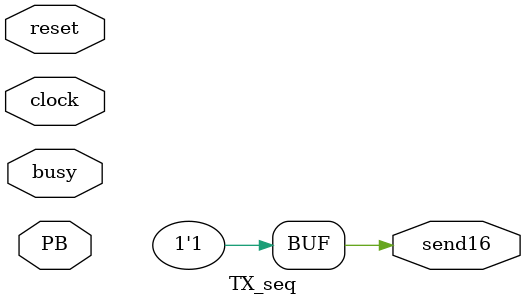
<source format=v>
`timescale 1ns / 1ps


module TX_seq(
input clock,
input reset,
input PB,
output reg send16,
input busy
    );
    
reg[1:0] next_state, state;

localparam IDLE = 2'd0;
localparam TX_RESULTADO = 2'd1;

always@(*) begin
next_state = state;
send16 = 1'b1;
case(state)
IDLE: begin
        if(PB & ~busy) begin
            next_state = TX_RESULTADO;
            end end
TX_RESULTADO: begin
                if(~busy) begin
                    next_state = IDLE;
                    end end
                    endcase
                    end
                    
always@(posedge clock) begin
    if(reset)
        state <= IDLE;
    else
        state <= next_state;
        end

endmodule

</source>
